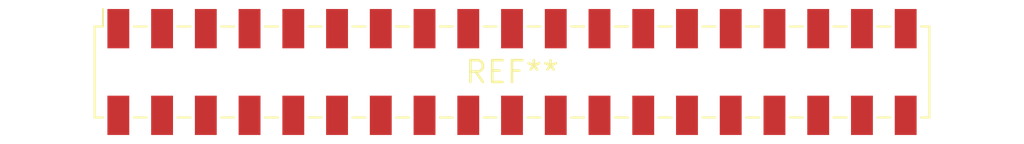
<source format=kicad_pcb>
(kicad_pcb (version 20240108) (generator pcbnew)
  (layers (0 "F.Cu" signal) (31 "B.Cu" signal) (34 "B.Paste" user) (35 "F.Paste" user) (36 "B.SilkS" user "B.Silkscreen") (37 "F.SilkS" user "F.Silkscreen") (38 "B.Mask" user) (39 "F.Mask" user) (44 "Edge.Cuts" user))
  (net 0 "")
  (footprint "Samtec_HLE-119-02-xxx-DV-LC_2x19_P2.54mm_Horizontal" (layer "F.Cu") (at 0 0)
    (property "Reference" "REF**")
    (property "Value" "Samtec_HLE-119-02-xxx-DV-LC_2x19_P2.54mm_Horizontal")
    (fp_line (start -24.24 -2.65) (end -24.24 2.65) (layer "F.SilkS") (stroke (width 0.12)))
    (fp_line (start -24.24 2.65) (end -23.755 2.65) (layer "F.SilkS") (stroke (width 0.12)))
    (fp_line (start -23.755 -3.67) (end -23.755 -2.65) (layer "F.SilkS") (stroke (width 0.12)))
    (fp_line (start -23.755 -2.65) (end -24.24 -2.65) (layer "F.SilkS") (stroke (width 0.12)))
    (fp_line (start -21.965 -2.65) (end -21.215 -2.65) (layer "F.SilkS") (stroke (width 0.12)))
    (fp_line (start -21.965 2.65) (end -21.215 2.65) (layer "F.SilkS") (stroke (width 0.12)))
    (fp_line (start -19.425 -2.65) (end -18.675 -2.65) (layer "F.SilkS") (stroke (width 0.12)))
    (fp_line (start -19.425 2.65) (end -18.675 2.65) (layer "F.SilkS") (stroke (width 0.12)))
    (fp_line (start -16.885 -2.65) (end -16.135 -2.65) (layer "F.SilkS") (stroke (width 0.12)))
    (fp_line (start -16.885 2.65) (end -16.135 2.65) (layer "F.SilkS") (stroke (width 0.12)))
    (fp_line (start -14.345 -2.65) (end -13.595 -2.65) (layer "F.SilkS") (stroke (width 0.12)))
    (fp_line (start -14.345 2.65) (end -13.595 2.65) (layer "F.SilkS") (stroke (width 0.12)))
    (fp_line (start -11.805 -2.65) (end -11.055 -2.65) (layer "F.SilkS") (stroke (width 0.12)))
    (fp_line (start -11.805 2.65) (end -11.055 2.65) (layer "F.SilkS") (stroke (width 0.12)))
    (fp_line (start -9.265 -2.65) (end -8.515 -2.65) (layer "F.SilkS") (stroke (width 0.12)))
    (fp_line (start -9.265 2.65) (end -8.515 2.65) (layer "F.SilkS") (stroke (width 0.12)))
    (fp_line (start -6.725 -2.65) (end -5.975 -2.65) (layer "F.SilkS") (stroke (width 0.12)))
    (fp_line (start -6.725 2.65) (end -5.975 2.65) (layer "F.SilkS") (stroke (width 0.12)))
    (fp_line (start -4.185 -2.65) (end -3.435 -2.65) (layer "F.SilkS") (stroke (width 0.12)))
    (fp_line (start -4.185 2.65) (end -3.435 2.65) (layer "F.SilkS") (stroke (width 0.12)))
    (fp_line (start -1.645 -2.65) (end -0.895 -2.65) (layer "F.SilkS") (stroke (width 0.12)))
    (fp_line (start -1.645 2.65) (end -0.895 2.65) (layer "F.SilkS") (stroke (width 0.12)))
    (fp_line (start 0.895 -2.65) (end 1.645 -2.65) (layer "F.SilkS") (stroke (width 0.12)))
    (fp_line (start 0.895 2.65) (end 1.645 2.65) (layer "F.SilkS") (stroke (width 0.12)))
    (fp_line (start 3.435 -2.65) (end 4.185 -2.65) (layer "F.SilkS") (stroke (width 0.12)))
    (fp_line (start 3.435 2.65) (end 4.185 2.65) (layer "F.SilkS") (stroke (width 0.12)))
    (fp_line (start 5.975 -2.65) (end 6.725 -2.65) (layer "F.SilkS") (stroke (width 0.12)))
    (fp_line (start 5.975 2.65) (end 6.725 2.65) (layer "F.SilkS") (stroke (width 0.12)))
    (fp_line (start 8.515 -2.65) (end 9.265 -2.65) (layer "F.SilkS") (stroke (width 0.12)))
    (fp_line (start 8.515 2.65) (end 9.265 2.65) (layer "F.SilkS") (stroke (width 0.12)))
    (fp_line (start 11.055 -2.65) (end 11.805 -2.65) (layer "F.SilkS") (stroke (width 0.12)))
    (fp_line (start 11.055 2.65) (end 11.805 2.65) (layer "F.SilkS") (stroke (width 0.12)))
    (fp_line (start 13.595 -2.65) (end 14.345 -2.65) (layer "F.SilkS") (stroke (width 0.12)))
    (fp_line (start 13.595 2.65) (end 14.345 2.65) (layer "F.SilkS") (stroke (width 0.12)))
    (fp_line (start 16.135 -2.65) (end 16.885 -2.65) (layer "F.SilkS") (stroke (width 0.12)))
    (fp_line (start 16.135 2.65) (end 16.885 2.65) (layer "F.SilkS") (stroke (width 0.12)))
    (fp_line (start 18.675 -2.65) (end 19.425 -2.65) (layer "F.SilkS") (stroke (width 0.12)))
    (fp_line (start 18.675 2.65) (end 19.425 2.65) (layer "F.SilkS") (stroke (width 0.12)))
    (fp_line (start 21.215 -2.65) (end 21.965 -2.65) (layer "F.SilkS") (stroke (width 0.12)))
    (fp_line (start 21.215 2.65) (end 21.965 2.65) (layer "F.SilkS") (stroke (width 0.12)))
    (fp_line (start 23.755 -2.65) (end 24.24 -2.65) (layer "F.SilkS") (stroke (width 0.12)))
    (fp_line (start 24.24 -2.65) (end 24.24 2.65) (layer "F.SilkS") (stroke (width 0.12)))
    (fp_line (start 24.24 2.65) (end 23.755 2.65) (layer "F.SilkS") (stroke (width 0.12)))
    (pad "" np_thru_hole circle (at -21.59 0) (size 1.19 1.19) (drill 1.19) (layers *.Cu *.Mask))
    (pad "" np_thru_hole circle (at 21.59 0) (size 1.19 1.19) (drill 1.19) (layers *.Cu *.Mask))
    (pad "1" smd rect (at -22.86 -2.525) (size 1.27 2.29) (layers "F.Cu" "F.Paste" "F.Mask"))
    (pad "2" smd rect (at -22.86 2.525) (size 1.27 2.29) (layers "F.Cu" "F.Paste" "F.Mask"))
    (pad "3" smd rect (at -20.32 -2.525) (size 1.27 2.29) (layers "F.Cu" "F.Paste" "F.Mask"))
    (pad "4" smd rect (at -20.32 2.525) (size 1.27 2.29) (layers "F.Cu" "F.Paste" "F.Mask"))
    (pad "5" smd rect (at -17.78 -2.525) (size 1.27 2.29) (layers "F.Cu" "F.Paste" "F.Mask"))
    (pad "6" smd rect (at -17.78 2.525) (size 1.27 2.29) (layers "F.Cu" "F.Paste" "F.Mask"))
    (pad "7" smd rect (at -15.24 -2.525) (size 1.27 2.29) (layers "F.Cu" "F.Paste" "F.Mask"))
    (pad "8" smd rect (at -15.24 2.525) (size 1.27 2.29) (layers "F.Cu" "F.Paste" "F.Mask"))
    (pad "9" smd rect (at -12.7 -2.525) (size 1.27 2.29) (layers "F.Cu" "F.Paste" "F.Mask"))
    (pad "10" smd rect (at -12.7 2.525) (size 1.27 2.29) (layers "F.Cu" "F.Paste" "F.Mask"))
    (pad "11" smd rect (at -10.16 -2.525) (size 1.27 2.29) (layers "F.Cu" "F.Paste" "F.Mask"))
    (pad "12" smd rect (at -10.16 2.525) (size 1.27 2.29) (layers "F.Cu" "F.Paste" "F.Mask"))
    (pad "13" smd rect (at -7.62 -2.525) (size 1.27 2.29) (layers "F.Cu" "F.Paste" "F.Mask"))
    (pad "14" smd rect (at -7.62 2.525) (size 1.27 2.29) (layers "F.Cu" "F.Paste" "F.Mask"))
    (pad "15" smd rect (at -5.08 -2.525) (size 1.27 2.29) (layers "F.Cu" "F.Paste" "F.Mask"))
    (pad "16" smd rect (at -5.08 2.525) (size 1.27 2.29) (layers "F.Cu" "F.Paste" "F.Mask"))
    (pad "17" smd rect (at -2.54 -2.525) (size 1.27 2.29) (layers "F.Cu" "F.Paste" "F.Mask"))
    (pad "18" smd rect (at -2.54 2.525) (size 1.27 2.29) (layers "F.Cu" "F.Paste" "F.Mask"))
    (pad "19" smd rect (at 0 -2.525) (size 1.27 2.29) (layers "F.Cu" "F.Paste" "F.Mask"))
    (pad "20" smd rect (at 0 2.525) (size 1.27 2.29) (layers "F.Cu" "F.Paste" "F.Mask"))
    (pad "21" smd rect (at 2.54 -2.525) (size 1.27 2.29) (layers "F.Cu" "F.Paste" "F.Mask"))
    (pad "22" smd rect (at 2.54 2.525) (size 1.27 2.29) (layers "F.Cu" "F.Paste" "F.Mask"))
    (pad "23" smd rect (at 5.08 -2.525) (size 1.27 2.29) (layers "F.Cu" "F.Paste" "F.Mask"))
    (pad "24" smd rect (at 5.08 2.525) (size 1.27 2.29) (layers "F.Cu" "F.Paste" "F.Mask"))
    (pad "25" smd rect (at 7.62 -2.525) (size 1.27 2.29) (layers "F.Cu" "F.Paste" "F.Mask"))
    (pad "26" smd rect (at 7.62 2.525) (size 1.27 2.29) (layers "F.Cu" "F.Paste" "F.Mask"))
    (pad "27" smd rect (at 10.16 -2.525) (size 1.27 2.29) (layers "F.Cu" "F.Paste" "F.Mask"))
    (pad "28" smd rect (at 10.16 2.525) (size 1.27 2.29) (layers "F.Cu" "F.Paste" "F.Mask"))
    (pad "29" smd rect (at 12.7 -2.525) (size 1.27 2.29) (layers "F.Cu" "F.Paste" "F.Mask"))
    (pad "30" smd rect (at 12.7 2.525) (size 1.27 2.29) (layers "F.Cu" "F.Paste" "F.Mask"))
    (pad "31" smd rect (at 15.24 -2.525) (size 1.27 2.29) (layers "F.Cu" "F.Paste" "F.Mask"))
    (pad "32" smd rect (at 15.24 2.525) (size 1.27 2.29) (layers "F.Cu" "F.Paste" "F.Mask"))
    (pad "33" smd rect (at 17.78 -2.525) (size 1.27 2.29) (layers "F.Cu" "F.Paste" "F.Mask"))
    (pad "34" smd rect (at 17.78 2.525) (size 1.27 2.29) (layers "F.Cu" "F.Paste" "F.Mask"))
    (pad "35" smd rect (at 20.32 -2.525) (size 1.27 2.29) (layers "F.Cu" "F.Paste" "F.Mask"))
    (pad "36" smd rect (at 20.32 2.525) (size 1.27 2.29) (layers "F.Cu" "F.Paste" "F.Mask"))
    (pad "37" smd rect (at 22.86 -2.525) (size 1.27 2.29) (layers "F.Cu" "F.Paste" "F.Mask"))
    (pad "38" smd rect (at 22.86 2.525) (size 1.27 2.29) (layers "F.Cu" "F.Paste" "F.Mask"))
  )
)
</source>
